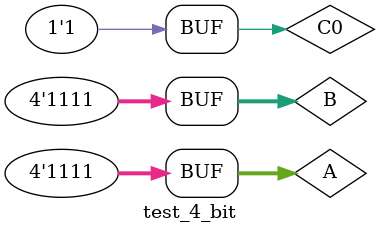
<source format=v>
module  mini_adder(
    input A,
    input B,
    input CIN,
    output S,
    output COUT 
    );
    assign S = A^B^CIN;
    assign COUT = (A&B)|(CIN&(A^B)) ;

endmodule

module four_bit_adder(
    input [3:0]A,
    input [3:0]B,
    input C0,
    output [3:0]S,
    output C4
    );
    wire C1,C2,C3;

    mini_adder fa0 (A[0],B[0],C0,S[0],C1);
    mini_adder fa1 (A[1],B[1],C1,S[1],C2);
    mini_adder fa2 (A[2],B[2],C2,S[2],C3);
    mini_adder fa3 (A[3],B[3],C3,S[3],C4);

endmodule

module test_4_bit;

    //Inputs
    reg [3:0] A;
    reg [3:0] B;
    reg C0;

    //Outputs
    wire [3:0] S;
    wire C4;

    four_bit_adder uut(
        .A(A),
        .B(B),
        .C0(C0),
        .S(S),
        .C4(C4)
    );

    initial begin
    A = 4'b0011; B = 4'b0011; C0 = 1'b0; #100;
    A = 4'b1011; B = 4'b0111; C0 = 1'b1; #100;
    A = 4'b1111; B = 4'b1111; C0 = 1'b1; #100;

    end

endmodule    
</source>
